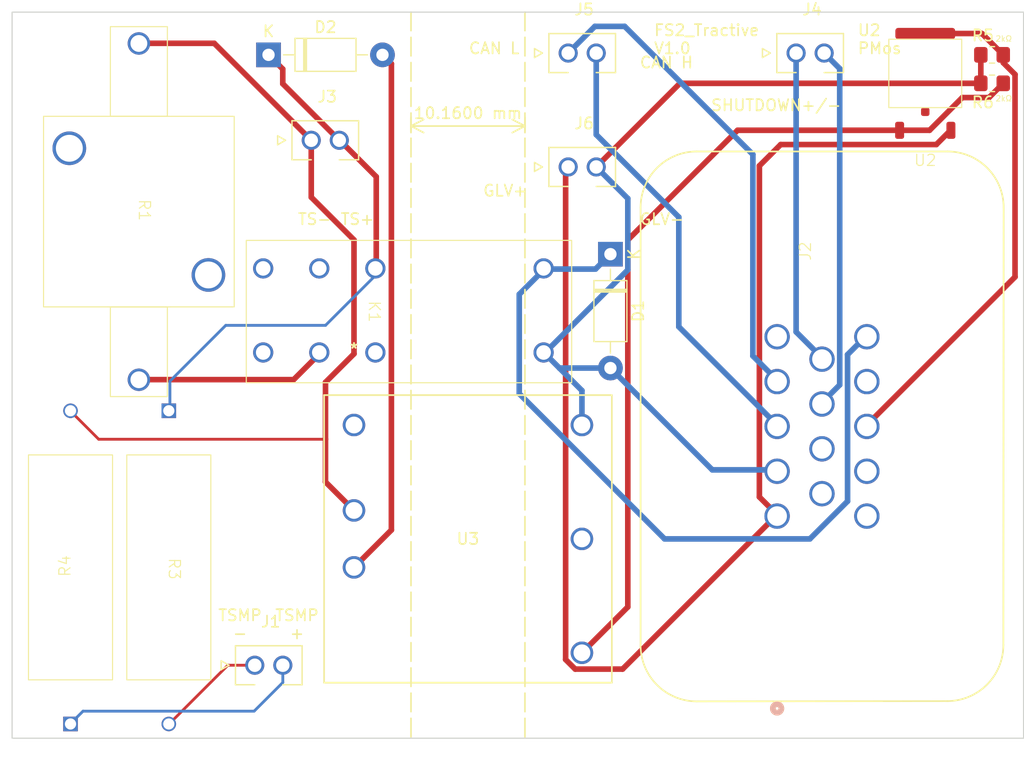
<source format=kicad_pcb>
(kicad_pcb (version 20240108) (generator "pcbnew") (generator_version "8.0")
  (layers (0 "F.Cu" signal) (31 "B.Cu" signal) (34 "B.Paste" user) (35 "F.Paste" user) (36 "B.SilkS" user "B.Silkscreen") (37 "F.SilkS" user "F.Silkscreen") (38 "B.Mask" user) (39 "F.Mask" user) (44 "Edge.Cuts" user))
  (net 0 "")
  (net 1 "Net-(D2-K)")
  (net 2 "Net-(D2-A)")
  (net 3 "Net-(U2-S)")
  (net 9 "Net-(U2-D)")
  (net 11 "GND")
  (net 12 "Net-(U2-G)")
  (net 14 "Net-(J3-Pad1)")
  (net 16 "Net-(J2-Pad9)")
  (net 17 "Net-(J2-Pad8)")
  (net 18 "Net-(J2-Pad4)")
  (net 19 "Net-(J2-Pad3)")
  (net 20 "/AIRS_FINAL")
  (net 21 "Net-(J1-Pad1)")
  (net 22 "Net-(J1-Pad2)")
  (net 24 "Net-(K1-switching)")
  (footprint "1FS_2_Global_Footprint_Library:TSMP Resistor" (layer "F.Cu") (at 17.907 62.103 90)
    (property "Reference" "R4" (at 0 -0.5 90) (layer "F.SilkS") (effects (font (thickness 0.1))))
    (property "Value" "5k")
    (fp_rect (start -10.16 -3.7465) (end 9.906 3.7465) (stroke (width 0.1)) (fill none) (layer "F.SilkS"))
    (pad "1" thru_hole rect (at -14.097 0 90) (size 1.3 1.3) (drill 1) (layers "*.Cu" "*.Mask") (net 22 "Net-(J1-Pad2)"))
    (pad "2" thru_hole circle (at 13.843 0 90) (size 1.3 1.3) (drill 1) (layers "*.Cu" "*.Mask") (net 14 "Net-(J3-Pad1)"))
  )
  (footprint "1FS_2_Global_Footprint_Library:PMos" (layer "F.Cu") (at 94.182 18.5485)
    (property "Reference" "U2" (at -0.075 7.3675 0) (layer "F.SilkS") (effects (font (thickness 0.1))))
    (property "Value" "PMos")
    (fp_rect (start -3.325 -3.433) (end 3.175 2.667) (stroke (width 0.1)) (fill none) (layer "F.SilkS"))
    (pad "1" smd roundrect (at -2.361 4.6925) (size 0.8 1.525) (layers "F.Cu" "F.Paste" "F.Mask") (net 12 "Net-(U2-G)"))
    (pad "2" smd roundrect (at 2.211 4.6925) (size 0.8 1.525) (layers "F.Cu" "F.Paste" "F.Mask") (net 3 "Net-(U2-S)"))
    (pad "3" smd roundrect (at -0.075 -3.939) (size 5.334 1.012) (layers "F.Cu" "F.Paste" "F.Mask") (net 9 "Net-(U2-D)"))
    (pad "4" smd roundrect (at -0.075 3.042) (size 0.75 0.75) (layers "F.Cu" "F.Paste" "F.Mask"))
  )
  (footprint "Resistor_SMD:R_0805_2012Metric_Pad1.20x1.40mm_HandSolder" (layer "F.Cu") (at 100.06 19.05)
    (property "Reference" "R5" (hide yes))
    (property "Value" "2k" (hide yes))
    (fp_line (start -0.227064 -0.735) (end 0.227064 -0.735) (stroke (width 0.12)) (layer "F.SilkS"))
    (fp_line (start -0.227064 0.735) (end 0.227064 0.735) (stroke (width 0.12)) (layer "F.SilkS"))
    (pad "1" smd roundrect (at -1 0) (size 1.2 1.4) (layers "F.Cu" "F.Paste" "F.Mask") (roundrect_rratio 0.2083333333) (net 11 "GND"))
    (pad "2" smd roundrect (at 1 0) (size 1.2 1.4) (layers "F.Cu" "F.Paste" "F.Mask") (roundrect_rratio 0.2083333333) (net 12 "Net-(U2-G)"))
  )
  (footprint "1FS_2_Global_Footprint_Library:CONN14_776261_TEC" (layer "F.Cu") (at 83.9 50.9105 90)
    (property "Reference" "J2" (at 16.891 -0.484 90) (layer "F.SilkS") (effects (font (thickness 0.1))))
    (property "Value" "776261-1")
    (fp_circle (center -23.904199 -2.999999) (end -23.523199 -2.999999) (stroke (width 0.508)) (fill none) (layer "B.SilkS"))
    (fp_line (start 20.7772 -15.1714) (end -18.2702 -15.1714) (stroke (width 0.1524)) (layer "F.SilkS"))
    (fp_line (start -23.274 -10.1676) (end -23.2486 12.1666) (stroke (width 0.1524)) (layer "F.SilkS"))
    (fp_line (start 25.781 12.192) (end 25.781 -10.1676) (stroke (width 0.1524)) (layer "F.SilkS"))
    (fp_line (start -18.2448 17.1704) (end 20.7772 17.1958) (stroke (width 0.1524)) (layer "F.SilkS"))
    (fp_arc (start 20.7772 -15.1714) (mid 24.315421 -13.705821) (end 25.781 -10.1676) (stroke (width 0.1524)) (layer "F.SilkS"))
    (fp_arc (start -23.274 -10.1676) (mid -21.808421 -13.705821) (end -18.2702 -15.1714) (stroke (width 0.1524)) (layer "F.SilkS"))
    (fp_arc (start 25.781 12.192) (mid 24.315421 15.730221) (end 20.7772 17.1958) (stroke (width 0.1524)) (layer "F.SilkS"))
    (fp_arc (start -18.2448 17.1704) (mid -21.783021 15.704821) (end -23.2486 12.1666) (stroke (width 0.1524)) (layer "F.SilkS"))
    (fp_circle (center -23.904199 -2.999999) (end -23.523199 -2.999999) (stroke (width 0.508)) (fill none) (layer "F.SilkS"))
    (pad "" np_thru_hole circle (at -17.945499 8.300001 90) (size 2.0066 2.0066) (drill 2.0066) (layers "*.Cu" "*.Mask"))
    (pad "" np_thru_hole circle (at -16.445503 -9.799999 90) (size 2.0066 2.0066) (drill 2.0066) (layers "*.Cu" "*.Mask"))
    (pad "" np_thru_hole circle (at 18.954504 -9.799999 90) (size 2.0066 2.0066) (drill 2.0066) (layers "*.Cu" "*.Mask"))
    (pad "" np_thru_hole circle (at 20.454501 8.300001 90) (size 2.0066 2.0066) (drill 2.0066) (layers "*.Cu" "*.Mask"))
    (pad "1" thru_hole circle (at -6.745499 -2.999999 90) (size 2.2606 2.2606) (drill 1.7526) (layers "*.Cu" "*.Mask") (net 3 "Net-(U2-S)"))
    (pad "2" thru_hole circle (at -2.745499 -2.999999 90) (size 2.2606 2.2606) (drill 1.7526) (layers "*.Cu" "*.Mask") (net 11 "GND"))
    (pad "3" thru_hole circle (at 1.254501 -2.999999 90) (size 2.2606 2.2606) (drill 1.7526) (layers "*.Cu" "*.Mask") (net 19 "Net-(J2-Pad3)"))
    (pad "4" thru_hole circle (at 5.2545 -2.999999 90) (size 2.2606 2.2606) (drill 1.7526) (layers "*.Cu" "*.Mask") (net 18 "Net-(J2-Pad4)"))
    (pad "5" thru_hole circle (at 9.2545 -2.999999 90) (size 2.2606 2.2606) (drill 1.7526) (layers "*.Cu" "*.Mask"))
    (pad "6" thru_hole circle (at -4.745499 1 90) (size 2.2606 2.2606) (drill 1.7526) (layers "*.Cu" "*.Mask"))
    (pad "7" thru_hole circle (at -0.745499 1 90) (size 2.2606 2.2606) (drill 1.7526) (layers "*.Cu" "*.Mask"))
    (pad "8" thru_hole circle (at 3.254501 1 90) (size 2.2606 2.2606) (drill 1.7526) (layers "*.Cu" "*.Mask") (net 17 "Net-(J2-Pad8)"))
    (pad "9" thru_hole circle (at 7.2545 1 90) (size 2.2606 2.2606) (drill 1.7526) (layers "*.Cu" "*.Mask") (net 16 "Net-(J2-Pad9)"))
    (pad "10" thru_hole circle (at -6.745499 5 90) (size 2.2606 2.2606) (drill 1.7526) (layers "*.Cu" "*.Mask"))
    (pad "11" thru_hole circle (at -2.745499 5 90) (size 2.2606 2.2606) (drill 1.7526) (layers "*.Cu" "*.Mask"))
    (pad "12" thru_hole circle (at 1.254501 5 90) (size 2.2606 2.2606) (drill 1.7526) (layers "*.Cu" "*.Mask") (net 9 "Net-(U2-D)"))
    (pad "13" thru_hole circle (at 5.2545 5 90) (size 2.2606 2.2606) (drill 1.7526) (layers "*.Cu" "*.Mask"))
    (pad "14" thru_hole circle (at 9.2545 5 90) (size 2.2606 2.2606) (drill 1.7526) (layers "*.Cu" "*.Mask") (net 20 "/AIRS_FINAL"))
  )
  (footprint "Diode_THT:D_DO-41_SOD81_P10.16mm_Horizontal" (layer "F.Cu") (at 66.04 34.29 -90)
    (property "Reference" "D1" (at 5.08 -2.47 -90) (layer "F.SilkS"))
    (property "Value" "1N4001")
    (fp_line (start 2.36 1.47) (end 7.8 1.47) (stroke (width 0.12)) (layer "F.SilkS"))
    (fp_line (start 7.8 1.47) (end 7.8 -1.47) (stroke (width 0.12)) (layer "F.SilkS"))
    (fp_line (start 1.34 0) (end 2.36 0) (stroke (width 0.12)) (layer "F.SilkS"))
    (fp_line (start 8.82 0) (end 7.8 0) (stroke (width 0.12)) (layer "F.SilkS"))
    (fp_line (start 2.36 -1.47) (end 2.36 1.47) (stroke (width 0.12)) (layer "F.SilkS"))
    (fp_line (start 3.14 -1.47) (end 3.14 1.47) (stroke (width 0.12)) (layer "F.SilkS"))
    (fp_line (start 3.26 -1.47) (end 3.26 1.47) (stroke (width 0.12)) (layer "F.SilkS"))
    (fp_line (start 3.38 -1.47) (end 3.38 1.47) (stroke (width 0.12)) (layer "F.SilkS"))
    (fp_line (start 7.8 -1.47) (end 2.36 -1.47) (stroke (width 0.12)) (layer "F.SilkS"))
    (fp_text user "K" (at 0 -2.1 -90) (layer "F.SilkS"))
    (pad "1" thru_hole rect (at 0 0 270) (size 2.2 2.2) (drill 1.1) (layers "*.Cu" "*.Mask") (net 20 "/AIRS_FINAL"))
    (pad "2" thru_hole oval (at 10.16 0 270) (size 2.2 2.2) (drill 1.1) (layers "*.Cu" "*.Mask") (net 11 "GND"))
  )
  (footprint "1FS_2_Global_Footprint_Library:MOLEX_1053091202" (layer "F.Cu") (at 34.33425 70.96)
    (property "Reference" "J1" (at 1.425 -3.885 0) (layer "F.SilkS"))
    (property "Value" "TS")
    (fp_line (start -3 -0.4) (end -3 0.4) (stroke (width 0.127)) (layer "F.SilkS"))
    (fp_line (start -3 0.4) (end -2.3 0) (stroke (width 0.127)) (layer "F.SilkS"))
    (fp_line (start -2.3 0) (end -3 -0.4) (stroke (width 0.127)) (layer "F.SilkS"))
    (fp_line (start -1.72 -1.74) (end 4.22 -1.74) (stroke (width 0.127)) (layer "F.SilkS"))
    (fp_line (start -1.72 1.74) (end -1.72 -1.74) (stroke (width 0.127)) (layer "F.SilkS"))
    (fp_line (start 0 1.74) (end -1.72 1.74) (stroke (width 0.127)) (layer "F.SilkS"))
    (fp_line (start 4.22 -1.74) (end 4.22 1.74) (stroke (width 0.127)) (layer "F.SilkS"))
    (fp_line (start 4.22 1.74) (end 2.5 1.74) (stroke (width 0.127)) (layer "F.SilkS"))
    (pad "" np_thru_hole circle (at 1.25 1.34) (size 1.3 1.3) (drill 1.3) (layers "*.Cu" "*.Mask"))
    (pad "1" thru_hole circle (at 0 0) (size 1.7 1.7) (drill 1.2) (layers "*.Cu") (net 21 "Net-(J1-Pad1)"))
    (pad "2" thru_hole circle (at 2.5 0) (size 1.7 1.7) (drill 1.2) (layers "*.Cu") (net 22 "Net-(J1-Pad2)"))
  )
  (footprint "1FS_2_Global_Footprint_Library:Discharge Resistor" (layer "F.Cu") (at 24.003 30.357 -90)
    (property "Reference" "R1" (at 0 -0.5 -90) (layer "F.SilkS") (effects (font (thickness 0.1))))
    (property "Value" "680")
    (fp_rect (start -16.363 -2.54) (end -8.363 2.54) (stroke (width 0.1)) (fill none) (layer "F.SilkS"))
    (fp_rect (start 8.637 -2.54) (end 16.637 2.54) (stroke (width 0.1)) (fill none) (layer "F.SilkS"))
    (fp_rect (start -8.363 -8.5) (end 8.637 8.5) (stroke (width 0.1)) (fill none) (layer "F.SilkS"))
    (pad "" np_thru_hole circle (at -5.513 6.2 270) (size 3 3) (drill 2.4) (layers "F&B.Cu" "*.Mask"))
    (pad "" np_thru_hole circle (at 5.787 -6.2 270) (size 3 3) (drill 2.4) (layers "F&B.Cu" "*.Mask"))
    (pad "1" thru_hole circle (at 15.137 0 270) (size 2 2) (drill 1.5) (layers "*.Cu" "*.Mask") (net 24 "Net-(K1-switching)"))
    (pad "2" thru_hole circle (at -14.863 0 270) (size 2 2) (drill 1.5) (layers "*.Cu" "*.Mask") (net 14 "Net-(J3-Pad1)"))
  )
  (footprint "1FS_2_Global_Footprint_Library:TSMP Resistor" (layer "F.Cu") (at 26.67 62.357 -90)
    (property "Reference" "R3" (at 0 -0.5 -90) (layer "F.SilkS") (effects (font (thickness 0.1))))
    (property "Value" "5k")
    (fp_rect (start -10.16 -3.7465) (end 9.906 3.7465) (stroke (width 0.1)) (fill none) (layer "F.SilkS"))
    (pad "1" thru_hole rect (at -14.097 0 270) (size 1.3 1.3) (drill 1) (layers "*.Cu" "*.Mask") (net 1 "Net-(D2-K)"))
    (pad "2" thru_hole circle (at 13.843 0 270) (size 1.3 1.3) (drill 1) (layers "*.Cu" "*.Mask") (net 21 "Net-(J1-Pad1)"))
  )
  (footprint "1FS_2_Global_Footprint_Library:PQDE6W-Q110-S5-H-D_CUI" (layer "F.Cu") (at 43.18 49.53)
    (property "Reference" "U3" (at 10.16 10.16 0) (layer "F.SilkS"))
    (property "Value" "PQDE6W-Q110-S5-H-D")
    (fp_line (start -2.667 -2.667) (end -2.667 22.987) (stroke (width 0.1524)) (layer "F.SilkS"))
    (fp_line (start -2.667 22.987) (end 22.987 22.987) (stroke (width 0.1524)) (layer "F.SilkS"))
    (fp_line (start 22.987 -2.667) (end -2.667 -2.667) (stroke (width 0.1524)) (layer "F.SilkS"))
    (fp_line (start 22.987 22.987) (end 22.987 -2.667) (stroke (width 0.1524)) (layer "F.SilkS"))
    (fp_text user "*" (at 0 -6.773334 0) (layer "F.SilkS"))
    (fp_text user "*" (at 0 -6.773334 0) (layer "F.SilkS"))
    (pad "1" thru_hole circle (at 0 0) (size 2.0066 2.0066) (drill 1.4986) (layers "*.Cu" "*.Mask"))
    (pad "2" thru_hole circle (at 0 7.62) (size 2.0066 2.0066) (drill 1.4986) (layers "*.Cu" "*.Mask") (net 14 "Net-(J3-Pad1)"))
    (pad "3" thru_hole circle (at 0 12.7) (size 2.0066 2.0066) (drill 1.4986) (layers "*.Cu" "*.Mask") (net 2 "Net-(D2-A)"))
    (pad "4" thru_hole circle (at 20.32 20.32) (size 2.0066 2.0066) (drill 1.4986) (layers "*.Cu" "*.Mask") (net 12 "Net-(U2-G)"))
    (pad "5" thru_hole circle (at 20.32 10.16) (size 2.0066 2.0066) (drill 1.4986) (layers "*.Cu" "*.Mask"))
    (pad "6" thru_hole circle (at 20.32 0) (size 2.0066 2.0066) (drill 1.4986) (layers "*.Cu" "*.Mask") (net 11 "GND"))
  )
  (footprint "1FS_2_Global_Footprint_Library:PhoenixContact1" (layer "F.Cu") (at 44.5 39.41 -90)
    (property "Reference" "K1" (at 0 -0.5 -90) (layer "F.SilkS") (effects (font (thickness 0.1))))
    (property "Value" "PhoenixContact")
    (fp_rect (start -6.35 -18.085) (end 6.35 10.922) (stroke (width 0.1)) (fill none) (layer "F.SilkS"))
    (pad "1" thru_hole circle (at -3.85 -15.585 270) (size 1.8 1.8) (drill 1.3) (layers "*.Cu" "*.Mask") (net 20 "/AIRS_FINAL"))
    (pad "2" thru_hole circle (at 3.65 -15.585 270) (size 1.8 1.8) (drill 1.3) (layers "*.Cu" "*.Mask") (net 11 "GND"))
    (pad "3" thru_hole circle (at -3.85 -0.585 270) (size 1.8 1.8) (drill 1.3) (layers "*.Cu" "*.Mask") (net 1 "Net-(D2-K)"))
    (pad "4" thru_hole circle (at 3.65 4.415 270) (size 1.8 1.8) (drill 1.3) (layers "*.Cu" "*.Mask") (net 24 "Net-(K1-switching)"))
    (pad "5" thru_hole circle (at 3.65 9.415 270) (size 1.8 1.8) (drill 1.3) (layers "*.Cu" "*.Mask"))
    (pad "6" thru_hole circle (at 3.65 -0.585 270) (size 1.8 1.8) (drill 1.3) (layers "*.Cu" "*.Mask"))
    (pad "7" thru_hole circle (at -3.85 4.415 270) (size 1.8 1.8) (drill 1.3) (layers "*.Cu" "*.Mask"))
    (pad "8" thru_hole circle (at -3.85 9.415 270) (size 1.8 1.8) (drill 1.3) (layers "*.Cu" "*.Mask"))
  )
  (footprint "1FS_2_Global_Footprint_Library:MOLEX_1053091202" (layer "F.Cu") (at 82.59425 16.35)
    (property "Reference" "J4" (at 1.425 -3.885 0) (layer "F.SilkS"))
    (property "Value" "Shutdown")
    (fp_line (start -3 -0.4) (end -3 0.4) (stroke (width 0.127)) (layer "F.SilkS"))
    (fp_line (start -3 0.4) (end -2.3 0) (stroke (width 0.127)) (layer "F.SilkS"))
    (fp_line (start -2.3 0) (end -3 -0.4) (stroke (width 0.127)) (layer "F.SilkS"))
    (fp_line (start -1.72 -1.74) (end 4.22 -1.74) (stroke (width 0.127)) (layer "F.SilkS"))
    (fp_line (start -1.72 1.74) (end -1.72 -1.74) (stroke (width 0.127)) (layer "F.SilkS"))
    (fp_line (start 0 1.74) (end -1.72 1.74) (stroke (width 0.127)) (layer "F.SilkS"))
    (fp_line (start 4.22 -1.74) (end 4.22 1.74) (stroke (width 0.127)) (layer "F.SilkS"))
    (fp_line (start 4.22 1.74) (end 2.5 1.74) (stroke (width 0.127)) (layer "F.SilkS"))
    (pad "" np_thru_hole circle (at 1.25 1.34) (size 1.3 1.3) (drill 1.3) (layers "*.Cu" "*.Mask"))
    (pad "1" thru_hole circle (at 0 0) (size 1.7 1.7) (drill 1.2) (layers "*.Cu") (net 16 "Net-(J2-Pad9)"))
    (pad "2" thru_hole circle (at 2.5 0) (size 1.7 1.7) (drill 1.2) (layers "*.Cu") (net 17 "Net-(J2-Pad8)"))
  )
  (footprint "1FS_2_Global_Footprint_Library:MOLEX_1053091202" (layer "F.Cu") (at 62.27425 16.35)
    (property "Reference" "J5" (at 1.425 -3.885 0) (layer "F.SilkS"))
    (property "Value" "CAN")
    (fp_line (start -3 -0.4) (end -3 0.4) (stroke (width 0.127)) (layer "F.SilkS"))
    (fp_line (start -3 0.4) (end -2.3 0) (stroke (width 0.127)) (layer "F.SilkS"))
    (fp_line (start -2.3 0) (end -3 -0.4) (stroke (width 0.127)) (layer "F.SilkS"))
    (fp_line (start -1.72 -1.74) (end 4.22 -1.74) (stroke (width 0.127)) (layer "F.SilkS"))
    (fp_line (start -1.72 1.74) (end -1.72 -1.74) (stroke (width 0.127)) (layer "F.SilkS"))
    (fp_line (start 0 1.74) (end -1.72 1.74) (stroke (width 0.127)) (layer "F.SilkS"))
    (fp_line (start 4.22 -1.74) (end 4.22 1.74) (stroke (width 0.127)) (layer "F.SilkS"))
    (fp_line (start 4.22 1.74) (end 2.5 1.74) (stroke (width 0.127)) (layer "F.SilkS"))
    (pad "" np_thru_hole circle (at 1.25 1.34) (size 1.3 1.3) (drill 1.3) (layers "*.Cu" "*.Mask"))
    (pad "1" thru_hole circle (at 0 0) (size 1.7 1.7) (drill 1.2) (layers "*.Cu") (net 18 "Net-(J2-Pad4)"))
    (pad "2" thru_hole circle (at 2.5 0) (size 1.7 1.7) (drill 1.2) (layers "*.Cu") (net 19 "Net-(J2-Pad3)"))
  )
  (footprint "1FS_2_Global_Footprint_Library:MOLEX_1053091202" (layer "F.Cu") (at 39.37 24.13)
    (property "Reference" "J3" (at 1.425 -3.885 0) (layer "F.SilkS"))
    (property "Value" "TS")
    (fp_line (start -3 -0.4) (end -3 0.4) (stroke (width 0.127)) (layer "F.SilkS"))
    (fp_line (start -3 0.4) (end -2.3 0) (stroke (width 0.127)) (layer "F.SilkS"))
    (fp_line (start -2.3 0) (end -3 -0.4) (stroke (width 0.127)) (layer "F.SilkS"))
    (fp_line (start -1.72 -1.74) (end 4.22 -1.74) (stroke (width 0.127)) (layer "F.SilkS"))
    (fp_line (start -1.72 1.74) (end -1.72 -1.74) (stroke (width 0.127)) (layer "F.SilkS"))
    (fp_line (start 0 1.74) (end -1.72 1.74) (stroke (width 0.127)) (layer "F.SilkS"))
    (fp_line (start 4.22 -1.74) (end 4.22 1.74) (stroke (width 0.127)) (layer "F.SilkS"))
    (fp_line (start 4.22 1.74) (end 2.5 1.74) (stroke (width 0.127)) (layer "F.SilkS"))
    (pad "" np_thru_hole circle (at 1.25 1.34) (size 1.3 1.3) (drill 1.3) (layers "*.Cu" "*.Mask"))
    (pad "1" thru_hole circle (at 0 0) (size 1.7 1.7) (drill 1.2) (layers "*.Cu") (net 14 "Net-(J3-Pad1)"))
    (pad "2" thru_hole circle (at 2.5 0) (size 1.7 1.7) (drill 1.2) (layers "*.Cu") (net 1 "Net-(D2-K)"))
  )
  (footprint "Resistor_SMD:R_0805_2012Metric_Pad1.20x1.40mm_HandSolder" (layer "F.Cu") (at 100.06 16.51 180)
    (property "Reference" "R6" (hide yes))
    (property "Value" "2k" (hide yes))
    (fp_line (start -0.227064 0.735) (end 0.227064 0.735) (stroke (width 0.12)) (layer "F.SilkS"))
    (fp_line (start -0.227064 -0.735) (end 0.227064 -0.735) (stroke (width 0.12)) (layer "F.SilkS"))
    (pad "1" smd roundrect (at -1 0 180) (size 1.2 1.4) (layers "F.Cu" "F.Paste" "F.Mask") (roundrect_rratio 0.2083333333) (net 9 "Net-(U2-D)"))
    (pad "2" smd roundrect (at 1 0 180) (size 1.2 1.4) (layers "F.Cu" "F.Paste" "F.Mask") (roundrect_rratio 0.2083333333) (net 11 "GND"))
  )
  (footprint "Diode_THT:D_DO-41_SOD81_P10.16mm_Horizontal" (layer "F.Cu") (at 35.56 16.51)
    (property "Reference" "D2" (at 5.08 -2.47 0) (layer "F.SilkS"))
    (property "Value" "20")
    (fp_line (start 1.34 0) (end 2.36 0) (stroke (width 0.12)) (layer "F.SilkS"))
    (fp_line (start 2.36 -1.47) (end 2.36 1.47) (stroke (width 0.12)) (layer "F.SilkS"))
    (fp_line (start 2.36 1.47) (end 7.8 1.47) (stroke (width 0.12)) (layer "F.SilkS"))
    (fp_line (start 3.14 -1.47) (end 3.14 1.47) (stroke (width 0.12)) (layer "F.SilkS"))
    (fp_line (start 3.26 -1.47) (end 3.26 1.47) (stroke (width 0.12)) (layer "F.SilkS"))
    (fp_line (start 3.38 -1.47) (end 3.38 1.47) (stroke (width 0.12)) (layer "F.SilkS"))
    (fp_line (start 7.8 -1.47) (end 2.36 -1.47) (stroke (width 0.12)) (layer "F.SilkS"))
    (fp_line (start 7.8 1.47) (end 7.8 -1.47) (stroke (width 0.12)) (layer "F.SilkS"))
    (fp_line (start 8.82 0) (end 7.8 0) (stroke (width 0.12)) (layer "F.SilkS"))
    (fp_text user "K" (at 0 -2.1 0) (layer "F.SilkS"))
    (pad "1" thru_hole rect (at 0 0) (size 2.2 2.2) (drill 1.1) (layers "*.Cu" "*.Mask") (net 1 "Net-(D2-K)"))
    (pad "2" thru_hole oval (at 10.16 0) (size 2.2 2.2) (drill 1.1) (layers "*.Cu" "*.Mask") (net 2 "Net-(D2-A)"))
  )
  (footprint "1FS_2_Global_Footprint_Library:MOLEX_1053091202" (layer "F.Cu") (at 62.27425 26.51)
    (property "Reference" "J6" (at 1.425 -3.885 0) (layer "F.SilkS"))
    (property "Value" "GLV")
    (fp_line (start -3 -0.4) (end -3 0.4) (stroke (width 0.127)) (layer "F.SilkS"))
    (fp_line (start -3 0.4) (end -2.3 0) (stroke (width 0.127)) (layer "F.SilkS"))
    (fp_line (start -2.3 0) (end -3 -0.4) (stroke (width 0.127)) (layer "F.SilkS"))
    (fp_line (start -1.72 -1.74) (end 4.22 -1.74) (stroke (width 0.127)) (layer "F.SilkS"))
    (fp_line (start -1.72 1.74) (end -1.72 -1.74) (stroke (width 0.127)) (layer "F.SilkS"))
    (fp_line (start 0 1.74) (end -1.72 1.74) (stroke (width 0.127)) (layer "F.SilkS"))
    (fp_line (start 4.22 -1.74) (end 4.22 1.74) (stroke (width 0.127)) (layer "F.SilkS"))
    (fp_line (start 4.22 1.74) (end 2.5 1.74) (stroke (width 0.127)) (layer "F.SilkS"))
    (pad "" np_thru_hole circle (at 1.25 1.34) (size 1.3 1.3) (drill 1.3) (layers "*.Cu" "*.Mask"))
    (pad "1" thru_hole circle (at 0 0) (size 1.7 1.7) (drill 1.2) (layers "*.Cu") (net 3 "Net-(U2-S)"))
    (pad "2" thru_hole circle (at 2.5 0) (size 1.7 1.7) (drill 1.2) (layers "*.Cu") (net 11 "GND"))
  )
  (gr_line (start 58.42 12.7) (end 58.42 77.47) (stroke (width 0.15) (type dash)) (layer "F.SilkS"))
  (gr_line (start 48.26 12.7) (end 48.26 77.47) (stroke (width 0.15) (type dash)) (layer "F.SilkS"))
  (gr_rect (start 12.7 12.7) (end 102.87 77.47) (stroke (width 0.1)) (fill none) (layer "Edge.Cuts"))
  (gr_text "TSMP\n-" (at 33.02 67.31 0) (layer "F.SilkS") (effects (font (size 1 1))))
  (gr_text "SHUTDOWN+/-" (at 74.93 21.59 0) (layer "F.SilkS") (effects (font (size 1 1)) (justify left bottom)))
  (gr_text "GLV+" (at 54.61 29.21 0) (layer "F.SilkS") (effects (font (size 1 1)) (justify left bottom)))
  (gr_text "R6" (at 98.171 21.336 0) (layer "F.SilkS") (effects (font (size 1 1)) (justify left bottom)))
  (gr_text "2kΩ" (at 100.33 15.367 0) (layer "F.SilkS") (effects (font (size 0.5 0.5) (thickness 0.075)) (justify left bottom)))
  (gr_text "TS-" (at 38.1 31.75 0) (layer "F.SilkS") (effects (font (size 1 1)) (justify left bottom)))
  (gr_text "TSMP\n+" (at 38.1 67.31 0) (layer "F.SilkS") (effects (font (size 1 1))))
  (gr_text "FS2_Tractive\nV1.0" (at 69.85 16.51 0) (layer "F.SilkS") (effects (font (size 1 1)) (justify left bottom)))
  (gr_text "GLV-" (at 68.58 31.75 0) (layer "F.SilkS") (effects (font (size 1 1)) (justify left bottom)))
  (gr_text "R5" (at 98.171 15.367 0) (layer "F.SilkS") (effects (font (size 1 1)) (justify left bottom)))
  (gr_text "CAN L" (at 53.34 16.51 0) (layer "F.SilkS") (effects (font (size 1 1)) (justify left bottom)))
  (gr_text "CAN H" (at 68.58 17.78 0) (layer "F.SilkS") (effects (font (size 1 1)) (justify left bottom)))
  (gr_text "2kΩ" (at 100.33 20.701 0) (layer "F.SilkS") (effects (font (size 0.5 0.5) (thickness 0.075)) (justify left bottom)))
  (gr_text "U2\nPMos" (at 88.011 16.51 0) (layer "F.SilkS") (effects (font (size 1 1)) (justify left bottom)))
  (gr_text "TS+" (at 41.91 31.75 0) (layer "F.SilkS") (effects (font (size 1 1)) (justify left bottom)))
  (dimension (type aligned) (layer "F.SilkS") (pts (xy 48.26 21.59) (xy 58.42 21.59)) (height 1.27) (gr_text "10.1600 mm" (at 53.34 21.71 0) (layer "F.SilkS") (effects (font (size 1 1) (thickness 0.15)))) (format (prefix "") (suffix "") (units 3) (units_format 1) (precision 4)) (style (thickness 0.15) (arrow_length 1.27) (text_position_mode 0) (extension_height 0.58642) (extension_offset 0.5) keep_text_aligned))
  (segment (start 36.83 17.78) (end 35.56 16.51) (width 0.5) (layer "F.Cu") (net 1))
  (segment (start 45.1635 35.62) (end 45.1635 27.3835) (width 0.5) (layer "F.Cu") (net 1))
  (segment (start 36.83 19.09) (end 36.83 17.78) (width 0.5) (layer "F.Cu") (net 1))
  (segment (start 45.1635 27.3835) (end 41.91 24.13) (width 0.5) (layer "F.Cu") (net 1))
  (segment (start 41.91 24.13) (end 41.87 24.13) (width 0.5) (layer "F.Cu") (net 1))
  (segment (start 41.87 24.13) (end 36.83 19.09) (width 0.5) (layer "F.Cu") (net 1))
  (segment (start 40.64 40.64) (end 45.1635 36.1165) (width 0.25) (layer "B.Cu") (net 1))
  (segment (start 31.75 40.64) (end 40.64 40.64) (width 0.25) (layer "B.Cu") (net 1))
  (segment (start 45.1635 36.1165) (end 45.1635 35.62) (width 0.25) (layer "B.Cu") (net 1))
  (segment (start 26.77 45.62) (end 31.75 40.64) (width 0.25) (layer "B.Cu") (net 1))
  (segment (start 26.77 48.26) (end 26.77 45.62) (width 0.25) (layer "B.Cu") (net 1))
  (segment (start 45.72 16.51) (end 46.5135 17.3035) (width 0.5) (layer "F.Cu") (net 2))
  (segment (start 46.5135 17.3035) (end 46.5135 58.8965) (width 0.5) (layer "F.Cu") (net 2))
  (segment (start 46.5135 58.8965) (end 43.18 62.23) (width 0.5) (layer "F.Cu") (net 2))
  (segment (start 62.898022 71.3033) (end 62.0467 70.451978) (width 0.5) (layer "F.Cu") (net 3))
  (segment (start 95.0925 24.511) (end 81.219 24.511) (width 0.5) (layer "F.Cu") (net 3))
  (segment (start 80.900001 57.53) (end 67.126701 71.3033) (width 0.5) (layer "F.Cu") (net 3))
  (segment (start 81.219 24.511) (end 79.319701 26.410299) (width 0.5) (layer "F.Cu") (net 3))
  (segment (start 62.0467 26.73755) (end 62.27425 26.51) (width 0.5) (layer "F.Cu") (net 3))
  (segment (start 96.366 23.2375) (end 95.0925 24.511) (width 0.5) (layer "F.Cu") (net 3))
  (segment (start 67.126701 71.3033) (end 62.898022 71.3033) (width 0.5) (layer "F.Cu") (net 3))
  (segment (start 79.319701 26.410299) (end 79.319701 55.9497) (width 0.5) (layer "F.Cu") (net 3))
  (segment (start 79.319701 55.9497) (end 80.900001 57.53) (width 0.5) (layer "F.Cu") (net 3))
  (segment (start 62.0467 70.451978) (end 62.0467 26.73755) (width 0.5) (layer "F.Cu") (net 3))
  (segment (start 102.11 36.32) (end 88.9 49.53) (width 0.5) (layer "F.Cu") (net 9))
  (segment (start 101.06 16.51) (end 101.06 17.21) (width 0.5) (layer "F.Cu") (net 9))
  (segment (start 99.156 14.606) (end 101.06 16.51) (width 0.5) (layer "F.Cu") (net 9))
  (segment (start 102.11 18.26) (end 102.11 36.32) (width 0.5) (layer "F.Cu") (net 9))
  (segment (start 101.06 17.21) (end 102.11 18.26) (width 0.5) (layer "F.Cu") (net 9))
  (segment (start 94.08 14.606) (end 99.156 14.606) (width 0.5) (layer "F.Cu") (net 9))
  (segment (start 99.06 16.51) (end 99.06 19.05) (width 0.5) (layer "F.Cu") (net 11))
  (segment (start 72.23425 19.05) (end 64.77425 26.51) (width 0.5) (layer "F.Cu") (net 11))
  (segment (start 99.06 19.05) (end 72.23425 19.05) (width 0.5) (layer "F.Cu") (net 11))
  (segment (start 61.4935 44.45) (end 60.1635 43.12) (width 0.5) (layer "B.Cu") (net 11))
  (segment (start 67.59 29.32575) (end 67.59 35.6935) (width 0.5) (layer "B.Cu") (net 11))
  (segment (start 63.5 49.53) (end 63.5 46.4565) (width 0.5) (layer "B.Cu") (net 11))
  (segment (start 80.900001 53.53) (end 75.12 53.53) (width 0.5) (layer "B.Cu") (net 11))
  (segment (start 75.12 53.53) (end 66.04 44.45) (width 0.5) (layer "B.Cu") (net 11))
  (segment (start 63.5 46.4565) (end 61.4935 44.45) (width 0.5) (layer "B.Cu") (net 11))
  (segment (start 66.04 44.45) (end 61.4935 44.45) (width 0.5) (layer "B.Cu") (net 11))
  (segment (start 64.77425 26.51) (end 67.59 29.32575) (width 0.5) (layer "B.Cu") (net 11))
  (segment (start 67.59 35.6935) (end 60.1635 43.12) (width 0.5) (layer "B.Cu") (net 11))
  (segment (start 77.37255 23.2375) (end 94.4915 23.2375) (width 0.5) (layer "F.Cu") (net 12))
  (segment (start 97.409 20.32) (end 99.79 20.32) (width 0.5) (layer "F.Cu") (net 12))
  (segment (start 67.59 33.02005) (end 77.37255 23.2375) (width 0.5) (layer "F.Cu") (net 12))
  (segment (start 67.59 65.76) (end 67.59 33.02005) (width 0.5) (layer "F.Cu") (net 12))
  (segment (start 63.5 69.85) (end 67.59 65.76) (width 0.5) (layer "F.Cu") (net 12))
  (segment (start 94.4915 23.2375) (end 97.409 20.32) (width 0.5) (layer "F.Cu") (net 12))
  (segment (start 99.79 20.32) (end 101.06 19.05) (width 0.5) (layer "F.Cu") (net 12))
  (segment (start 40.64 50.8) (end 40.64 45.72) (width 0.5) (layer "F.Cu") (net 14))
  (segment (start 39.37 24.13) (end 30.72 15.48) (width 0.5) (layer "F.Cu") (net 14))
  (segment (start 30.72 15.48) (end 24.03 15.48) (width 0.5) (layer "F.Cu") (net 14))
  (segment (start 40.64 50.8) (end 40.64 54.61) (width 0.5) (layer "F.Cu") (net 14))
  (segment (start 20.42 50.8) (end 17.88 48.26) (width 0.25) (layer "F.Cu") (net 14))
  (segment (start 43.18 33.02) (end 39.37 29.21) (width 0.5) (layer "F.Cu") (net 14))
  (segment (start 40.64 54.61) (end 43.18 57.15) (width 0.5) (layer "F.Cu") (net 14))
  (segment (start 39.37 29.21) (end 39.37 24.13) (width 0.5) (layer "F.Cu") (net 14))
  (segment (start 40.64 45.72) (end 43.18 43.18) (width 0.5) (layer "F.Cu") (net 14))
  (segment (start 40.64 50.8) (end 20.42 50.8) (width 0.25) (layer "F.Cu") (net 14))
  (segment (start 43.18 43.18) (end 43.18 33.02) (width 0.5) (layer "F.Cu") (net 14))
  (segment (start 82.59425 41.224251) (end 84.9 43.530001) (width 0.5) (layer "B.Cu") (net 16))
  (segment (start 82.59425 16.35) (end 82.59425 41.224251) (width 0.5) (layer "B.Cu") (net 16))
  (segment (start 86.4803 17.73605) (end 86.4803 45.9497) (width 0.5) (layer "B.Cu") (net 17))
  (segment (start 85.09425 16.35) (end 86.4803 17.73605) (width 0.5) (layer "B.Cu") (net 17))
  (segment (start 86.4803 45.9497) (end 84.9 47.53) (width 0.5) (layer "B.Cu") (net 17))
  (segment (start 80.900001 45.530001) (end 78.74 43.37) (width 0.5) (layer "B.Cu") (net 18))
  (segment (start 78.74 25.4) (end 67.31 13.97) (width 0.5) (layer "B.Cu") (net 18))
  (segment (start 67.31 13.97) (end 64.65425 13.97) (width 0.5) (layer "B.Cu") (net 18))
  (segment (start 78.74 43.37) (end 78.74 25.4) (width 0.5) (layer "B.Cu") (net 18))
  (segment (start 64.65425 13.97) (end 62.27425 16.35) (width 0.5) (layer "B.Cu") (net 18))
  (segment (start 64.77425 23.62625) (end 72.136 30.988) (width 0.5) (layer "B.Cu") (net 19))
  (segment (start 72.136 40.765999) (end 80.900001 49.53) (width 0.5) (layer "B.Cu") (net 19))
  (segment (start 72.136 30.988) (end 72.136 40.765999) (width 0.5) (layer "B.Cu") (net 19))
  (segment (start 64.77425 16.35) (end 64.77425 23.62625) (width 0.5) (layer "B.Cu") (net 19))
  (segment (start 87.1803 43.249701) (end 87.1803 56.3297) (width 0.5) (layer "B.Cu") (net 20))
  (segment (start 64.71 35.62) (end 66.04 34.29) (width 0.5) (layer "B.Cu") (net 20))
  (segment (start 87.1803 56.3297) (end 83.82 59.69) (width 0.5) (layer "B.Cu") (net 20))
  (segment (start 70.866 59.69) (end 57.912 46.736) (width 0.5) (layer "B.Cu") (net 20))
  (segment (start 88.9 41.530001) (end 87.1803 43.249701) (width 0.5) (layer "B.Cu") (net 20))
  (segment (start 57.912 37.8715) (end 60.1635 35.62) (width 0.5) (layer "B.Cu") (net 20))
  (segment (start 57.912 46.736) (end 57.912 37.8715) (width 0.5) (layer "B.Cu") (net 20))
  (segment (start 60.1635 35.62) (end 64.71 35.62) (width 0.5) (layer "B.Cu") (net 20))
  (segment (start 83.82 59.69) (end 70.866 59.69) (width 0.5) (layer "B.Cu") (net 20))
  (segment (start 34.33425 70.96) (end 31.937 70.96) (width 0.25) (layer "F.Cu") (net 21))
  (segment (start 31.937 70.96) (end 26.697 76.2) (width 0.25) (layer "F.Cu") (net 21))
  (segment (start 36.83425 72.499569) (end 34.276819 75.057) (width 0.25) (layer "B.Cu") (net 22))
  (segment (start 34.276819 75.057) (end 19.023 75.057) (width 0.25) (layer "B.Cu") (net 22))
  (segment (start 19.023 75.057) (end 17.88 76.2) (width 0.25) (layer "B.Cu") (net 22))
  (segment (start 36.83425 70.96) (end 36.83425 72.499569) (width 0.25) (layer "B.Cu") (net 22))
  (segment (start 37.8035 45.48) (end 24.03 45.48) (width 0.5) (layer "F.Cu") (net 24))
  (segment (start 40.1635 43.12) (end 37.8035 45.48) (width 0.5) (layer "F.Cu") (net 24))
)
</source>
